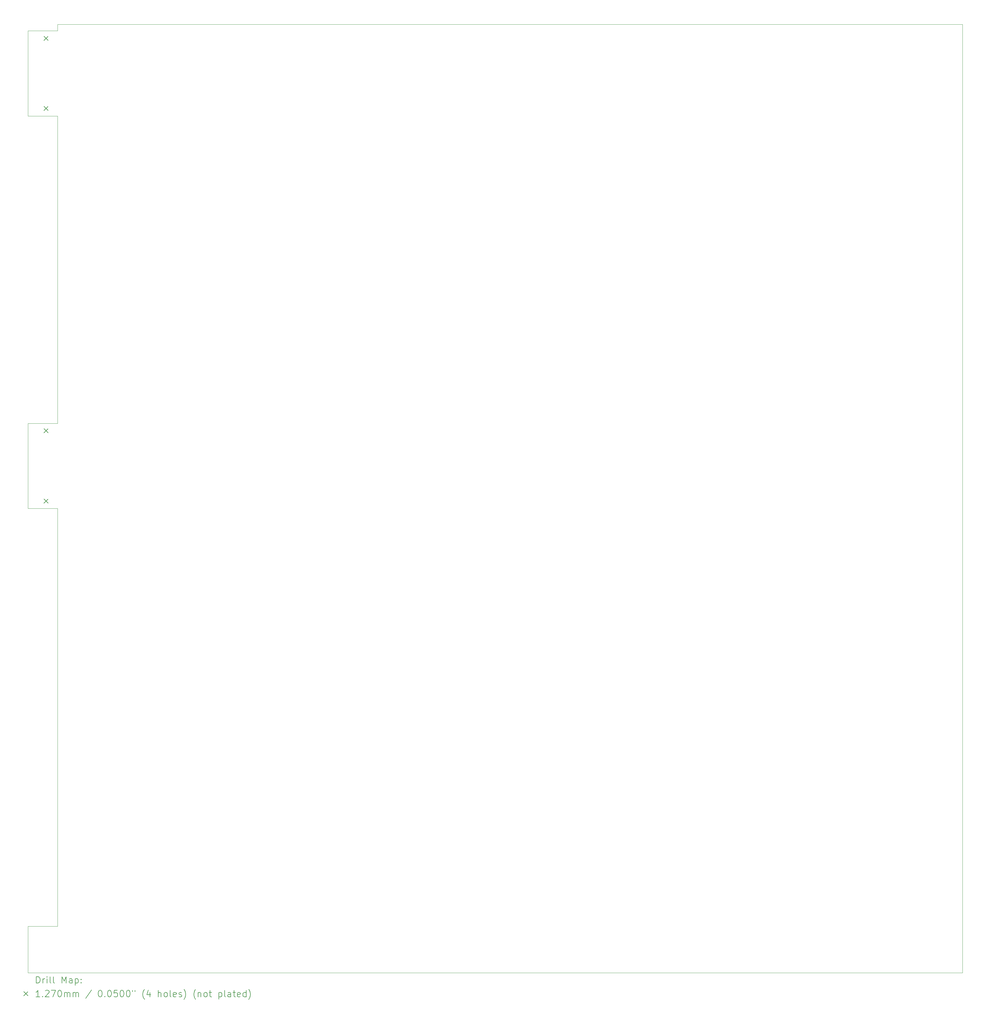
<source format=gbr>
%TF.GenerationSoftware,KiCad,Pcbnew,8.0.2-1*%
%TF.CreationDate,2024-10-14T18:52:38-04:00*%
%TF.ProjectId,OddLayers_1.3mm_SiPM,4f64644c-6179-4657-9273-5f312e336d6d,rev?*%
%TF.SameCoordinates,Original*%
%TF.FileFunction,Drillmap*%
%TF.FilePolarity,Positive*%
%FSLAX45Y45*%
G04 Gerber Fmt 4.5, Leading zero omitted, Abs format (unit mm)*
G04 Created by KiCad (PCBNEW 8.0.2-1) date 2024-10-14 18:52:38*
%MOMM*%
%LPD*%
G01*
G04 APERTURE LIST*
%ADD10C,0.050000*%
%ADD11C,0.100000*%
%ADD12C,0.200000*%
%ADD13C,0.127000*%
G04 APERTURE END LIST*
D10*
X7500000Y-24000000D02*
X7500000Y-18300000D01*
X7500000Y-31080000D02*
X7500000Y-24000000D01*
X6600000Y-32430000D02*
X6600000Y-32500000D01*
X7500000Y-3500000D02*
X35200000Y-3500000D01*
X6600000Y-18300000D02*
X6600000Y-15700000D01*
X7500000Y-6300000D02*
X7500000Y-15700000D01*
X7500000Y-18300000D02*
X6600000Y-18300000D01*
X6600000Y-31080000D02*
X7500000Y-31080000D01*
X35200000Y-3500000D02*
X35200000Y-32500000D01*
X7500000Y-3700000D02*
X6600000Y-3700000D01*
X7500000Y-15700000D02*
X6600000Y-15700000D01*
X35200000Y-32500000D02*
X6600000Y-32500000D01*
X6600000Y-31570000D02*
X6600000Y-31080000D01*
X6600000Y-6300000D02*
X7500000Y-6300000D01*
X6600000Y-3700000D02*
X6600000Y-6300000D01*
X7500000Y-3500000D02*
X7500000Y-3700000D01*
D11*
X6600000Y-31570000D02*
X6600000Y-32430000D01*
D12*
D13*
X7086500Y-3862000D02*
X7213500Y-3989000D01*
X7213500Y-3862000D02*
X7086500Y-3989000D01*
X7086500Y-6011000D02*
X7213500Y-6138000D01*
X7213500Y-6011000D02*
X7086500Y-6138000D01*
X7086500Y-15862000D02*
X7213500Y-15989000D01*
X7213500Y-15862000D02*
X7086500Y-15989000D01*
X7086500Y-18011000D02*
X7213500Y-18138000D01*
X7213500Y-18011000D02*
X7086500Y-18138000D01*
D12*
X6855777Y-32813984D02*
X6855777Y-32613984D01*
X6855777Y-32613984D02*
X6903396Y-32613984D01*
X6903396Y-32613984D02*
X6931967Y-32623508D01*
X6931967Y-32623508D02*
X6951015Y-32642555D01*
X6951015Y-32642555D02*
X6960539Y-32661603D01*
X6960539Y-32661603D02*
X6970062Y-32699698D01*
X6970062Y-32699698D02*
X6970062Y-32728269D01*
X6970062Y-32728269D02*
X6960539Y-32766365D01*
X6960539Y-32766365D02*
X6951015Y-32785412D01*
X6951015Y-32785412D02*
X6931967Y-32804460D01*
X6931967Y-32804460D02*
X6903396Y-32813984D01*
X6903396Y-32813984D02*
X6855777Y-32813984D01*
X7055777Y-32813984D02*
X7055777Y-32680650D01*
X7055777Y-32718746D02*
X7065301Y-32699698D01*
X7065301Y-32699698D02*
X7074824Y-32690174D01*
X7074824Y-32690174D02*
X7093872Y-32680650D01*
X7093872Y-32680650D02*
X7112920Y-32680650D01*
X7179586Y-32813984D02*
X7179586Y-32680650D01*
X7179586Y-32613984D02*
X7170062Y-32623508D01*
X7170062Y-32623508D02*
X7179586Y-32633031D01*
X7179586Y-32633031D02*
X7189110Y-32623508D01*
X7189110Y-32623508D02*
X7179586Y-32613984D01*
X7179586Y-32613984D02*
X7179586Y-32633031D01*
X7303396Y-32813984D02*
X7284348Y-32804460D01*
X7284348Y-32804460D02*
X7274824Y-32785412D01*
X7274824Y-32785412D02*
X7274824Y-32613984D01*
X7408158Y-32813984D02*
X7389110Y-32804460D01*
X7389110Y-32804460D02*
X7379586Y-32785412D01*
X7379586Y-32785412D02*
X7379586Y-32613984D01*
X7636729Y-32813984D02*
X7636729Y-32613984D01*
X7636729Y-32613984D02*
X7703396Y-32756841D01*
X7703396Y-32756841D02*
X7770062Y-32613984D01*
X7770062Y-32613984D02*
X7770062Y-32813984D01*
X7951015Y-32813984D02*
X7951015Y-32709222D01*
X7951015Y-32709222D02*
X7941491Y-32690174D01*
X7941491Y-32690174D02*
X7922443Y-32680650D01*
X7922443Y-32680650D02*
X7884348Y-32680650D01*
X7884348Y-32680650D02*
X7865301Y-32690174D01*
X7951015Y-32804460D02*
X7931967Y-32813984D01*
X7931967Y-32813984D02*
X7884348Y-32813984D01*
X7884348Y-32813984D02*
X7865301Y-32804460D01*
X7865301Y-32804460D02*
X7855777Y-32785412D01*
X7855777Y-32785412D02*
X7855777Y-32766365D01*
X7855777Y-32766365D02*
X7865301Y-32747317D01*
X7865301Y-32747317D02*
X7884348Y-32737793D01*
X7884348Y-32737793D02*
X7931967Y-32737793D01*
X7931967Y-32737793D02*
X7951015Y-32728269D01*
X8046253Y-32680650D02*
X8046253Y-32880650D01*
X8046253Y-32690174D02*
X8065301Y-32680650D01*
X8065301Y-32680650D02*
X8103396Y-32680650D01*
X8103396Y-32680650D02*
X8122443Y-32690174D01*
X8122443Y-32690174D02*
X8131967Y-32699698D01*
X8131967Y-32699698D02*
X8141491Y-32718746D01*
X8141491Y-32718746D02*
X8141491Y-32775888D01*
X8141491Y-32775888D02*
X8131967Y-32794936D01*
X8131967Y-32794936D02*
X8122443Y-32804460D01*
X8122443Y-32804460D02*
X8103396Y-32813984D01*
X8103396Y-32813984D02*
X8065301Y-32813984D01*
X8065301Y-32813984D02*
X8046253Y-32804460D01*
X8227205Y-32794936D02*
X8236729Y-32804460D01*
X8236729Y-32804460D02*
X8227205Y-32813984D01*
X8227205Y-32813984D02*
X8217682Y-32804460D01*
X8217682Y-32804460D02*
X8227205Y-32794936D01*
X8227205Y-32794936D02*
X8227205Y-32813984D01*
X8227205Y-32690174D02*
X8236729Y-32699698D01*
X8236729Y-32699698D02*
X8227205Y-32709222D01*
X8227205Y-32709222D02*
X8217682Y-32699698D01*
X8217682Y-32699698D02*
X8227205Y-32690174D01*
X8227205Y-32690174D02*
X8227205Y-32709222D01*
D13*
X6468000Y-33079000D02*
X6595000Y-33206000D01*
X6595000Y-33079000D02*
X6468000Y-33206000D01*
D12*
X6960539Y-33233984D02*
X6846253Y-33233984D01*
X6903396Y-33233984D02*
X6903396Y-33033984D01*
X6903396Y-33033984D02*
X6884348Y-33062555D01*
X6884348Y-33062555D02*
X6865301Y-33081603D01*
X6865301Y-33081603D02*
X6846253Y-33091127D01*
X7046253Y-33214936D02*
X7055777Y-33224460D01*
X7055777Y-33224460D02*
X7046253Y-33233984D01*
X7046253Y-33233984D02*
X7036729Y-33224460D01*
X7036729Y-33224460D02*
X7046253Y-33214936D01*
X7046253Y-33214936D02*
X7046253Y-33233984D01*
X7131967Y-33053031D02*
X7141491Y-33043508D01*
X7141491Y-33043508D02*
X7160539Y-33033984D01*
X7160539Y-33033984D02*
X7208158Y-33033984D01*
X7208158Y-33033984D02*
X7227205Y-33043508D01*
X7227205Y-33043508D02*
X7236729Y-33053031D01*
X7236729Y-33053031D02*
X7246253Y-33072079D01*
X7246253Y-33072079D02*
X7246253Y-33091127D01*
X7246253Y-33091127D02*
X7236729Y-33119698D01*
X7236729Y-33119698D02*
X7122443Y-33233984D01*
X7122443Y-33233984D02*
X7246253Y-33233984D01*
X7312920Y-33033984D02*
X7446253Y-33033984D01*
X7446253Y-33033984D02*
X7360539Y-33233984D01*
X7560539Y-33033984D02*
X7579586Y-33033984D01*
X7579586Y-33033984D02*
X7598634Y-33043508D01*
X7598634Y-33043508D02*
X7608158Y-33053031D01*
X7608158Y-33053031D02*
X7617682Y-33072079D01*
X7617682Y-33072079D02*
X7627205Y-33110174D01*
X7627205Y-33110174D02*
X7627205Y-33157793D01*
X7627205Y-33157793D02*
X7617682Y-33195888D01*
X7617682Y-33195888D02*
X7608158Y-33214936D01*
X7608158Y-33214936D02*
X7598634Y-33224460D01*
X7598634Y-33224460D02*
X7579586Y-33233984D01*
X7579586Y-33233984D02*
X7560539Y-33233984D01*
X7560539Y-33233984D02*
X7541491Y-33224460D01*
X7541491Y-33224460D02*
X7531967Y-33214936D01*
X7531967Y-33214936D02*
X7522443Y-33195888D01*
X7522443Y-33195888D02*
X7512920Y-33157793D01*
X7512920Y-33157793D02*
X7512920Y-33110174D01*
X7512920Y-33110174D02*
X7522443Y-33072079D01*
X7522443Y-33072079D02*
X7531967Y-33053031D01*
X7531967Y-33053031D02*
X7541491Y-33043508D01*
X7541491Y-33043508D02*
X7560539Y-33033984D01*
X7712920Y-33233984D02*
X7712920Y-33100650D01*
X7712920Y-33119698D02*
X7722443Y-33110174D01*
X7722443Y-33110174D02*
X7741491Y-33100650D01*
X7741491Y-33100650D02*
X7770063Y-33100650D01*
X7770063Y-33100650D02*
X7789110Y-33110174D01*
X7789110Y-33110174D02*
X7798634Y-33129222D01*
X7798634Y-33129222D02*
X7798634Y-33233984D01*
X7798634Y-33129222D02*
X7808158Y-33110174D01*
X7808158Y-33110174D02*
X7827205Y-33100650D01*
X7827205Y-33100650D02*
X7855777Y-33100650D01*
X7855777Y-33100650D02*
X7874824Y-33110174D01*
X7874824Y-33110174D02*
X7884348Y-33129222D01*
X7884348Y-33129222D02*
X7884348Y-33233984D01*
X7979586Y-33233984D02*
X7979586Y-33100650D01*
X7979586Y-33119698D02*
X7989110Y-33110174D01*
X7989110Y-33110174D02*
X8008158Y-33100650D01*
X8008158Y-33100650D02*
X8036729Y-33100650D01*
X8036729Y-33100650D02*
X8055777Y-33110174D01*
X8055777Y-33110174D02*
X8065301Y-33129222D01*
X8065301Y-33129222D02*
X8065301Y-33233984D01*
X8065301Y-33129222D02*
X8074824Y-33110174D01*
X8074824Y-33110174D02*
X8093872Y-33100650D01*
X8093872Y-33100650D02*
X8122443Y-33100650D01*
X8122443Y-33100650D02*
X8141491Y-33110174D01*
X8141491Y-33110174D02*
X8151015Y-33129222D01*
X8151015Y-33129222D02*
X8151015Y-33233984D01*
X8541491Y-33024460D02*
X8370063Y-33281603D01*
X8798634Y-33033984D02*
X8817682Y-33033984D01*
X8817682Y-33033984D02*
X8836729Y-33043508D01*
X8836729Y-33043508D02*
X8846253Y-33053031D01*
X8846253Y-33053031D02*
X8855777Y-33072079D01*
X8855777Y-33072079D02*
X8865301Y-33110174D01*
X8865301Y-33110174D02*
X8865301Y-33157793D01*
X8865301Y-33157793D02*
X8855777Y-33195888D01*
X8855777Y-33195888D02*
X8846253Y-33214936D01*
X8846253Y-33214936D02*
X8836729Y-33224460D01*
X8836729Y-33224460D02*
X8817682Y-33233984D01*
X8817682Y-33233984D02*
X8798634Y-33233984D01*
X8798634Y-33233984D02*
X8779587Y-33224460D01*
X8779587Y-33224460D02*
X8770063Y-33214936D01*
X8770063Y-33214936D02*
X8760539Y-33195888D01*
X8760539Y-33195888D02*
X8751015Y-33157793D01*
X8751015Y-33157793D02*
X8751015Y-33110174D01*
X8751015Y-33110174D02*
X8760539Y-33072079D01*
X8760539Y-33072079D02*
X8770063Y-33053031D01*
X8770063Y-33053031D02*
X8779587Y-33043508D01*
X8779587Y-33043508D02*
X8798634Y-33033984D01*
X8951015Y-33214936D02*
X8960539Y-33224460D01*
X8960539Y-33224460D02*
X8951015Y-33233984D01*
X8951015Y-33233984D02*
X8941491Y-33224460D01*
X8941491Y-33224460D02*
X8951015Y-33214936D01*
X8951015Y-33214936D02*
X8951015Y-33233984D01*
X9084348Y-33033984D02*
X9103396Y-33033984D01*
X9103396Y-33033984D02*
X9122444Y-33043508D01*
X9122444Y-33043508D02*
X9131968Y-33053031D01*
X9131968Y-33053031D02*
X9141491Y-33072079D01*
X9141491Y-33072079D02*
X9151015Y-33110174D01*
X9151015Y-33110174D02*
X9151015Y-33157793D01*
X9151015Y-33157793D02*
X9141491Y-33195888D01*
X9141491Y-33195888D02*
X9131968Y-33214936D01*
X9131968Y-33214936D02*
X9122444Y-33224460D01*
X9122444Y-33224460D02*
X9103396Y-33233984D01*
X9103396Y-33233984D02*
X9084348Y-33233984D01*
X9084348Y-33233984D02*
X9065301Y-33224460D01*
X9065301Y-33224460D02*
X9055777Y-33214936D01*
X9055777Y-33214936D02*
X9046253Y-33195888D01*
X9046253Y-33195888D02*
X9036729Y-33157793D01*
X9036729Y-33157793D02*
X9036729Y-33110174D01*
X9036729Y-33110174D02*
X9046253Y-33072079D01*
X9046253Y-33072079D02*
X9055777Y-33053031D01*
X9055777Y-33053031D02*
X9065301Y-33043508D01*
X9065301Y-33043508D02*
X9084348Y-33033984D01*
X9331968Y-33033984D02*
X9236729Y-33033984D01*
X9236729Y-33033984D02*
X9227206Y-33129222D01*
X9227206Y-33129222D02*
X9236729Y-33119698D01*
X9236729Y-33119698D02*
X9255777Y-33110174D01*
X9255777Y-33110174D02*
X9303396Y-33110174D01*
X9303396Y-33110174D02*
X9322444Y-33119698D01*
X9322444Y-33119698D02*
X9331968Y-33129222D01*
X9331968Y-33129222D02*
X9341491Y-33148269D01*
X9341491Y-33148269D02*
X9341491Y-33195888D01*
X9341491Y-33195888D02*
X9331968Y-33214936D01*
X9331968Y-33214936D02*
X9322444Y-33224460D01*
X9322444Y-33224460D02*
X9303396Y-33233984D01*
X9303396Y-33233984D02*
X9255777Y-33233984D01*
X9255777Y-33233984D02*
X9236729Y-33224460D01*
X9236729Y-33224460D02*
X9227206Y-33214936D01*
X9465301Y-33033984D02*
X9484349Y-33033984D01*
X9484349Y-33033984D02*
X9503396Y-33043508D01*
X9503396Y-33043508D02*
X9512920Y-33053031D01*
X9512920Y-33053031D02*
X9522444Y-33072079D01*
X9522444Y-33072079D02*
X9531968Y-33110174D01*
X9531968Y-33110174D02*
X9531968Y-33157793D01*
X9531968Y-33157793D02*
X9522444Y-33195888D01*
X9522444Y-33195888D02*
X9512920Y-33214936D01*
X9512920Y-33214936D02*
X9503396Y-33224460D01*
X9503396Y-33224460D02*
X9484349Y-33233984D01*
X9484349Y-33233984D02*
X9465301Y-33233984D01*
X9465301Y-33233984D02*
X9446253Y-33224460D01*
X9446253Y-33224460D02*
X9436729Y-33214936D01*
X9436729Y-33214936D02*
X9427206Y-33195888D01*
X9427206Y-33195888D02*
X9417682Y-33157793D01*
X9417682Y-33157793D02*
X9417682Y-33110174D01*
X9417682Y-33110174D02*
X9427206Y-33072079D01*
X9427206Y-33072079D02*
X9436729Y-33053031D01*
X9436729Y-33053031D02*
X9446253Y-33043508D01*
X9446253Y-33043508D02*
X9465301Y-33033984D01*
X9655777Y-33033984D02*
X9674825Y-33033984D01*
X9674825Y-33033984D02*
X9693872Y-33043508D01*
X9693872Y-33043508D02*
X9703396Y-33053031D01*
X9703396Y-33053031D02*
X9712920Y-33072079D01*
X9712920Y-33072079D02*
X9722444Y-33110174D01*
X9722444Y-33110174D02*
X9722444Y-33157793D01*
X9722444Y-33157793D02*
X9712920Y-33195888D01*
X9712920Y-33195888D02*
X9703396Y-33214936D01*
X9703396Y-33214936D02*
X9693872Y-33224460D01*
X9693872Y-33224460D02*
X9674825Y-33233984D01*
X9674825Y-33233984D02*
X9655777Y-33233984D01*
X9655777Y-33233984D02*
X9636729Y-33224460D01*
X9636729Y-33224460D02*
X9627206Y-33214936D01*
X9627206Y-33214936D02*
X9617682Y-33195888D01*
X9617682Y-33195888D02*
X9608158Y-33157793D01*
X9608158Y-33157793D02*
X9608158Y-33110174D01*
X9608158Y-33110174D02*
X9617682Y-33072079D01*
X9617682Y-33072079D02*
X9627206Y-33053031D01*
X9627206Y-33053031D02*
X9636729Y-33043508D01*
X9636729Y-33043508D02*
X9655777Y-33033984D01*
X9798634Y-33033984D02*
X9798634Y-33072079D01*
X9874825Y-33033984D02*
X9874825Y-33072079D01*
X10170063Y-33310174D02*
X10160539Y-33300650D01*
X10160539Y-33300650D02*
X10141491Y-33272079D01*
X10141491Y-33272079D02*
X10131968Y-33253031D01*
X10131968Y-33253031D02*
X10122444Y-33224460D01*
X10122444Y-33224460D02*
X10112920Y-33176841D01*
X10112920Y-33176841D02*
X10112920Y-33138746D01*
X10112920Y-33138746D02*
X10122444Y-33091127D01*
X10122444Y-33091127D02*
X10131968Y-33062555D01*
X10131968Y-33062555D02*
X10141491Y-33043508D01*
X10141491Y-33043508D02*
X10160539Y-33014936D01*
X10160539Y-33014936D02*
X10170063Y-33005412D01*
X10331968Y-33100650D02*
X10331968Y-33233984D01*
X10284349Y-33024460D02*
X10236730Y-33167317D01*
X10236730Y-33167317D02*
X10360539Y-33167317D01*
X10589111Y-33233984D02*
X10589111Y-33033984D01*
X10674825Y-33233984D02*
X10674825Y-33129222D01*
X10674825Y-33129222D02*
X10665301Y-33110174D01*
X10665301Y-33110174D02*
X10646253Y-33100650D01*
X10646253Y-33100650D02*
X10617682Y-33100650D01*
X10617682Y-33100650D02*
X10598634Y-33110174D01*
X10598634Y-33110174D02*
X10589111Y-33119698D01*
X10798634Y-33233984D02*
X10779587Y-33224460D01*
X10779587Y-33224460D02*
X10770063Y-33214936D01*
X10770063Y-33214936D02*
X10760539Y-33195888D01*
X10760539Y-33195888D02*
X10760539Y-33138746D01*
X10760539Y-33138746D02*
X10770063Y-33119698D01*
X10770063Y-33119698D02*
X10779587Y-33110174D01*
X10779587Y-33110174D02*
X10798634Y-33100650D01*
X10798634Y-33100650D02*
X10827206Y-33100650D01*
X10827206Y-33100650D02*
X10846253Y-33110174D01*
X10846253Y-33110174D02*
X10855777Y-33119698D01*
X10855777Y-33119698D02*
X10865301Y-33138746D01*
X10865301Y-33138746D02*
X10865301Y-33195888D01*
X10865301Y-33195888D02*
X10855777Y-33214936D01*
X10855777Y-33214936D02*
X10846253Y-33224460D01*
X10846253Y-33224460D02*
X10827206Y-33233984D01*
X10827206Y-33233984D02*
X10798634Y-33233984D01*
X10979587Y-33233984D02*
X10960539Y-33224460D01*
X10960539Y-33224460D02*
X10951015Y-33205412D01*
X10951015Y-33205412D02*
X10951015Y-33033984D01*
X11131968Y-33224460D02*
X11112920Y-33233984D01*
X11112920Y-33233984D02*
X11074825Y-33233984D01*
X11074825Y-33233984D02*
X11055777Y-33224460D01*
X11055777Y-33224460D02*
X11046253Y-33205412D01*
X11046253Y-33205412D02*
X11046253Y-33129222D01*
X11046253Y-33129222D02*
X11055777Y-33110174D01*
X11055777Y-33110174D02*
X11074825Y-33100650D01*
X11074825Y-33100650D02*
X11112920Y-33100650D01*
X11112920Y-33100650D02*
X11131968Y-33110174D01*
X11131968Y-33110174D02*
X11141492Y-33129222D01*
X11141492Y-33129222D02*
X11141492Y-33148269D01*
X11141492Y-33148269D02*
X11046253Y-33167317D01*
X11217682Y-33224460D02*
X11236730Y-33233984D01*
X11236730Y-33233984D02*
X11274825Y-33233984D01*
X11274825Y-33233984D02*
X11293872Y-33224460D01*
X11293872Y-33224460D02*
X11303396Y-33205412D01*
X11303396Y-33205412D02*
X11303396Y-33195888D01*
X11303396Y-33195888D02*
X11293872Y-33176841D01*
X11293872Y-33176841D02*
X11274825Y-33167317D01*
X11274825Y-33167317D02*
X11246253Y-33167317D01*
X11246253Y-33167317D02*
X11227206Y-33157793D01*
X11227206Y-33157793D02*
X11217682Y-33138746D01*
X11217682Y-33138746D02*
X11217682Y-33129222D01*
X11217682Y-33129222D02*
X11227206Y-33110174D01*
X11227206Y-33110174D02*
X11246253Y-33100650D01*
X11246253Y-33100650D02*
X11274825Y-33100650D01*
X11274825Y-33100650D02*
X11293872Y-33110174D01*
X11370063Y-33310174D02*
X11379587Y-33300650D01*
X11379587Y-33300650D02*
X11398634Y-33272079D01*
X11398634Y-33272079D02*
X11408158Y-33253031D01*
X11408158Y-33253031D02*
X11417682Y-33224460D01*
X11417682Y-33224460D02*
X11427206Y-33176841D01*
X11427206Y-33176841D02*
X11427206Y-33138746D01*
X11427206Y-33138746D02*
X11417682Y-33091127D01*
X11417682Y-33091127D02*
X11408158Y-33062555D01*
X11408158Y-33062555D02*
X11398634Y-33043508D01*
X11398634Y-33043508D02*
X11379587Y-33014936D01*
X11379587Y-33014936D02*
X11370063Y-33005412D01*
X11731968Y-33310174D02*
X11722444Y-33300650D01*
X11722444Y-33300650D02*
X11703396Y-33272079D01*
X11703396Y-33272079D02*
X11693872Y-33253031D01*
X11693872Y-33253031D02*
X11684349Y-33224460D01*
X11684349Y-33224460D02*
X11674825Y-33176841D01*
X11674825Y-33176841D02*
X11674825Y-33138746D01*
X11674825Y-33138746D02*
X11684349Y-33091127D01*
X11684349Y-33091127D02*
X11693872Y-33062555D01*
X11693872Y-33062555D02*
X11703396Y-33043508D01*
X11703396Y-33043508D02*
X11722444Y-33014936D01*
X11722444Y-33014936D02*
X11731968Y-33005412D01*
X11808158Y-33100650D02*
X11808158Y-33233984D01*
X11808158Y-33119698D02*
X11817682Y-33110174D01*
X11817682Y-33110174D02*
X11836730Y-33100650D01*
X11836730Y-33100650D02*
X11865301Y-33100650D01*
X11865301Y-33100650D02*
X11884349Y-33110174D01*
X11884349Y-33110174D02*
X11893872Y-33129222D01*
X11893872Y-33129222D02*
X11893872Y-33233984D01*
X12017682Y-33233984D02*
X11998634Y-33224460D01*
X11998634Y-33224460D02*
X11989111Y-33214936D01*
X11989111Y-33214936D02*
X11979587Y-33195888D01*
X11979587Y-33195888D02*
X11979587Y-33138746D01*
X11979587Y-33138746D02*
X11989111Y-33119698D01*
X11989111Y-33119698D02*
X11998634Y-33110174D01*
X11998634Y-33110174D02*
X12017682Y-33100650D01*
X12017682Y-33100650D02*
X12046253Y-33100650D01*
X12046253Y-33100650D02*
X12065301Y-33110174D01*
X12065301Y-33110174D02*
X12074825Y-33119698D01*
X12074825Y-33119698D02*
X12084349Y-33138746D01*
X12084349Y-33138746D02*
X12084349Y-33195888D01*
X12084349Y-33195888D02*
X12074825Y-33214936D01*
X12074825Y-33214936D02*
X12065301Y-33224460D01*
X12065301Y-33224460D02*
X12046253Y-33233984D01*
X12046253Y-33233984D02*
X12017682Y-33233984D01*
X12141492Y-33100650D02*
X12217682Y-33100650D01*
X12170063Y-33033984D02*
X12170063Y-33205412D01*
X12170063Y-33205412D02*
X12179587Y-33224460D01*
X12179587Y-33224460D02*
X12198634Y-33233984D01*
X12198634Y-33233984D02*
X12217682Y-33233984D01*
X12436730Y-33100650D02*
X12436730Y-33300650D01*
X12436730Y-33110174D02*
X12455777Y-33100650D01*
X12455777Y-33100650D02*
X12493873Y-33100650D01*
X12493873Y-33100650D02*
X12512920Y-33110174D01*
X12512920Y-33110174D02*
X12522444Y-33119698D01*
X12522444Y-33119698D02*
X12531968Y-33138746D01*
X12531968Y-33138746D02*
X12531968Y-33195888D01*
X12531968Y-33195888D02*
X12522444Y-33214936D01*
X12522444Y-33214936D02*
X12512920Y-33224460D01*
X12512920Y-33224460D02*
X12493873Y-33233984D01*
X12493873Y-33233984D02*
X12455777Y-33233984D01*
X12455777Y-33233984D02*
X12436730Y-33224460D01*
X12646253Y-33233984D02*
X12627206Y-33224460D01*
X12627206Y-33224460D02*
X12617682Y-33205412D01*
X12617682Y-33205412D02*
X12617682Y-33033984D01*
X12808158Y-33233984D02*
X12808158Y-33129222D01*
X12808158Y-33129222D02*
X12798634Y-33110174D01*
X12798634Y-33110174D02*
X12779587Y-33100650D01*
X12779587Y-33100650D02*
X12741492Y-33100650D01*
X12741492Y-33100650D02*
X12722444Y-33110174D01*
X12808158Y-33224460D02*
X12789111Y-33233984D01*
X12789111Y-33233984D02*
X12741492Y-33233984D01*
X12741492Y-33233984D02*
X12722444Y-33224460D01*
X12722444Y-33224460D02*
X12712920Y-33205412D01*
X12712920Y-33205412D02*
X12712920Y-33186365D01*
X12712920Y-33186365D02*
X12722444Y-33167317D01*
X12722444Y-33167317D02*
X12741492Y-33157793D01*
X12741492Y-33157793D02*
X12789111Y-33157793D01*
X12789111Y-33157793D02*
X12808158Y-33148269D01*
X12874825Y-33100650D02*
X12951015Y-33100650D01*
X12903396Y-33033984D02*
X12903396Y-33205412D01*
X12903396Y-33205412D02*
X12912920Y-33224460D01*
X12912920Y-33224460D02*
X12931968Y-33233984D01*
X12931968Y-33233984D02*
X12951015Y-33233984D01*
X13093873Y-33224460D02*
X13074825Y-33233984D01*
X13074825Y-33233984D02*
X13036730Y-33233984D01*
X13036730Y-33233984D02*
X13017682Y-33224460D01*
X13017682Y-33224460D02*
X13008158Y-33205412D01*
X13008158Y-33205412D02*
X13008158Y-33129222D01*
X13008158Y-33129222D02*
X13017682Y-33110174D01*
X13017682Y-33110174D02*
X13036730Y-33100650D01*
X13036730Y-33100650D02*
X13074825Y-33100650D01*
X13074825Y-33100650D02*
X13093873Y-33110174D01*
X13093873Y-33110174D02*
X13103396Y-33129222D01*
X13103396Y-33129222D02*
X13103396Y-33148269D01*
X13103396Y-33148269D02*
X13008158Y-33167317D01*
X13274825Y-33233984D02*
X13274825Y-33033984D01*
X13274825Y-33224460D02*
X13255777Y-33233984D01*
X13255777Y-33233984D02*
X13217682Y-33233984D01*
X13217682Y-33233984D02*
X13198634Y-33224460D01*
X13198634Y-33224460D02*
X13189111Y-33214936D01*
X13189111Y-33214936D02*
X13179587Y-33195888D01*
X13179587Y-33195888D02*
X13179587Y-33138746D01*
X13179587Y-33138746D02*
X13189111Y-33119698D01*
X13189111Y-33119698D02*
X13198634Y-33110174D01*
X13198634Y-33110174D02*
X13217682Y-33100650D01*
X13217682Y-33100650D02*
X13255777Y-33100650D01*
X13255777Y-33100650D02*
X13274825Y-33110174D01*
X13351015Y-33310174D02*
X13360539Y-33300650D01*
X13360539Y-33300650D02*
X13379587Y-33272079D01*
X13379587Y-33272079D02*
X13389111Y-33253031D01*
X13389111Y-33253031D02*
X13398634Y-33224460D01*
X13398634Y-33224460D02*
X13408158Y-33176841D01*
X13408158Y-33176841D02*
X13408158Y-33138746D01*
X13408158Y-33138746D02*
X13398634Y-33091127D01*
X13398634Y-33091127D02*
X13389111Y-33062555D01*
X13389111Y-33062555D02*
X13379587Y-33043508D01*
X13379587Y-33043508D02*
X13360539Y-33014936D01*
X13360539Y-33014936D02*
X13351015Y-33005412D01*
M02*

</source>
